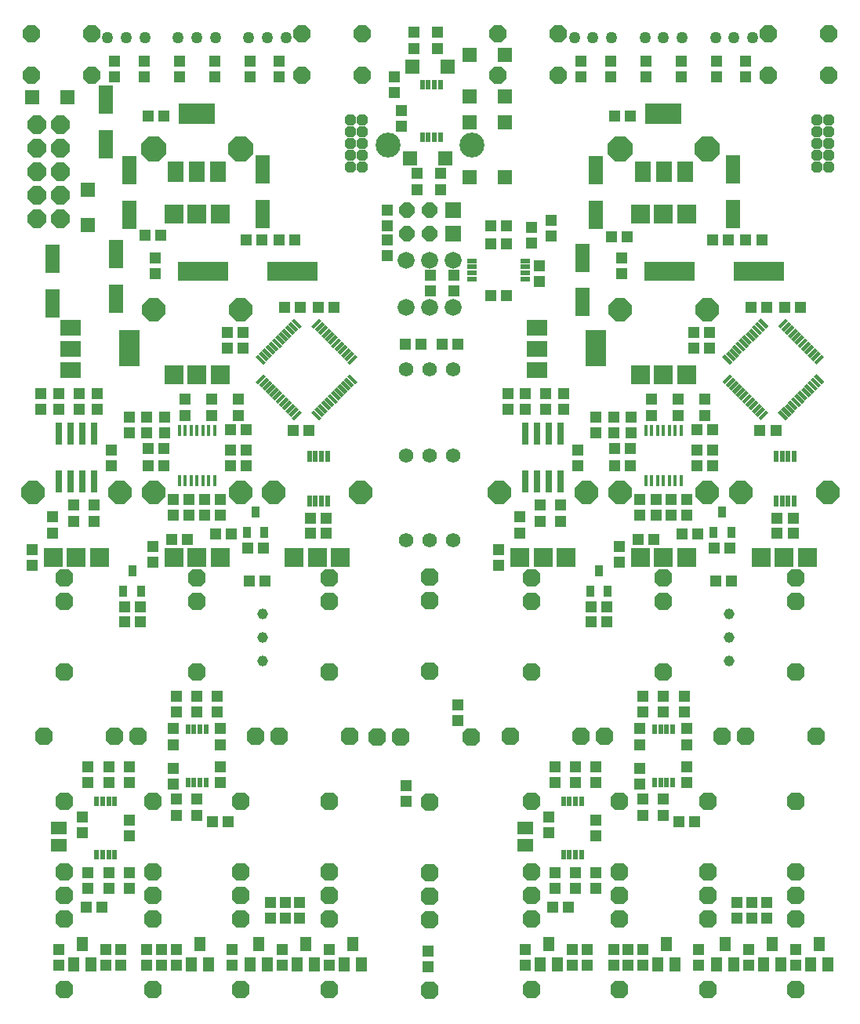
<source format=gts>
G75*
%MOIN*%
%OFA0B0*%
%FSLAX25Y25*%
%IPPOS*%
%LPD*%
%AMOC8*
5,1,8,0,0,1.08239X$1,22.5*
%
%ADD10R,0.08000X0.08000*%
%ADD11OC8,0.09680*%
%ADD12OC8,0.10600*%
%ADD13OC8,0.07200*%
%ADD14R,0.01600X0.04537*%
%ADD15R,0.04537X0.01600*%
%ADD16R,0.21600X0.08200*%
%ADD17R,0.04931X0.04537*%
%ADD18OC8,0.04800*%
%ADD19R,0.01800X0.04500*%
%ADD20R,0.04537X0.04931*%
%ADD21R,0.02962X0.09261*%
%ADD22R,0.04537X0.06112*%
%ADD23R,0.03356X0.04537*%
%ADD24R,0.06112X0.12411*%
%ADD25R,0.08500X0.06500*%
%ADD26R,0.08500X0.15600*%
%ADD27R,0.06500X0.08500*%
%ADD28R,0.15600X0.08500*%
%ADD29C,0.04956*%
%ADD30R,0.02214X0.04616*%
%ADD31R,0.01978X0.04143*%
%ADD32C,0.04600*%
%ADD33R,0.06506X0.05718*%
%ADD34OC8,0.07600*%
%ADD35R,0.06112X0.06112*%
%ADD36OC8,0.08000*%
%ADD37C,0.06200*%
%ADD38C,0.07200*%
%ADD39R,0.04143X0.01978*%
%ADD40R,0.06531X0.06531*%
%ADD41OC8,0.06531*%
%ADD42C,0.10600*%
D10*
X0017369Y0192991D03*
X0027212Y0192991D03*
X0037054Y0192991D03*
X0068619Y0192991D03*
X0078462Y0192991D03*
X0088304Y0192991D03*
X0119869Y0192991D03*
X0129712Y0192991D03*
X0139554Y0192991D03*
X0088304Y0270617D03*
X0078462Y0270617D03*
X0068619Y0270617D03*
X0068619Y0339054D03*
X0078462Y0339054D03*
X0088304Y0339054D03*
X0215794Y0192991D03*
X0225637Y0192991D03*
X0235479Y0192991D03*
X0267044Y0192991D03*
X0276887Y0192991D03*
X0286729Y0192991D03*
X0318294Y0192991D03*
X0328137Y0192991D03*
X0337979Y0192991D03*
X0286729Y0270617D03*
X0276887Y0270617D03*
X0267044Y0270617D03*
X0267044Y0339054D03*
X0276887Y0339054D03*
X0286729Y0339054D03*
D11*
X0295391Y0298176D03*
X0258383Y0298176D03*
X0258383Y0220550D03*
X0244141Y0220550D03*
X0207133Y0220550D03*
X0148216Y0220550D03*
X0111208Y0220550D03*
X0096966Y0220550D03*
X0059958Y0220550D03*
X0045716Y0220550D03*
X0008708Y0220550D03*
X0059958Y0298176D03*
X0096966Y0298176D03*
X0295391Y0220550D03*
X0309633Y0220550D03*
X0346641Y0220550D03*
D12*
X0295391Y0366613D03*
X0258383Y0366613D03*
X0096966Y0366613D03*
X0059958Y0366613D03*
D13*
X0033762Y0397900D03*
X0033762Y0415700D03*
X0008162Y0415700D03*
X0008162Y0397900D03*
X0123162Y0397900D03*
X0123162Y0415700D03*
X0148762Y0415700D03*
X0148762Y0397900D03*
X0206587Y0397900D03*
X0206587Y0415700D03*
X0232187Y0415700D03*
X0232187Y0397900D03*
X0321587Y0397900D03*
X0321587Y0415700D03*
X0347187Y0415700D03*
X0347187Y0397900D03*
D14*
G36*
X0317180Y0293500D02*
X0318311Y0294631D01*
X0321518Y0291424D01*
X0320387Y0290293D01*
X0317180Y0293500D01*
G37*
G36*
X0315788Y0292108D02*
X0316919Y0293239D01*
X0320126Y0290032D01*
X0318995Y0288901D01*
X0315788Y0292108D01*
G37*
G36*
X0314396Y0290716D02*
X0315527Y0291847D01*
X0318734Y0288640D01*
X0317603Y0287509D01*
X0314396Y0290716D01*
G37*
G36*
X0313004Y0289324D02*
X0314135Y0290455D01*
X0317342Y0287248D01*
X0316211Y0286117D01*
X0313004Y0289324D01*
G37*
G36*
X0311612Y0287932D02*
X0312743Y0289063D01*
X0315950Y0285856D01*
X0314819Y0284725D01*
X0311612Y0287932D01*
G37*
G36*
X0310220Y0286540D02*
X0311351Y0287671D01*
X0314558Y0284464D01*
X0313427Y0283333D01*
X0310220Y0286540D01*
G37*
G36*
X0308828Y0285149D02*
X0309959Y0286280D01*
X0313166Y0283073D01*
X0312035Y0281942D01*
X0308828Y0285149D01*
G37*
G36*
X0307436Y0283757D02*
X0308567Y0284888D01*
X0311774Y0281681D01*
X0310643Y0280550D01*
X0307436Y0283757D01*
G37*
G36*
X0306044Y0282365D02*
X0307175Y0283496D01*
X0310382Y0280289D01*
X0309251Y0279158D01*
X0306044Y0282365D01*
G37*
G36*
X0304652Y0280973D02*
X0305783Y0282104D01*
X0308990Y0278897D01*
X0307859Y0277766D01*
X0304652Y0280973D01*
G37*
G36*
X0303260Y0279581D02*
X0304391Y0280712D01*
X0307598Y0277505D01*
X0306467Y0276374D01*
X0303260Y0279581D01*
G37*
G36*
X0301868Y0278189D02*
X0302999Y0279320D01*
X0306206Y0276113D01*
X0305075Y0274982D01*
X0301868Y0278189D01*
G37*
G36*
X0325531Y0254526D02*
X0326662Y0255657D01*
X0329869Y0252450D01*
X0328738Y0251319D01*
X0325531Y0254526D01*
G37*
G36*
X0326923Y0255918D02*
X0328054Y0257049D01*
X0331261Y0253842D01*
X0330130Y0252711D01*
X0326923Y0255918D01*
G37*
G36*
X0328315Y0257310D02*
X0329446Y0258441D01*
X0332653Y0255234D01*
X0331522Y0254103D01*
X0328315Y0257310D01*
G37*
G36*
X0329707Y0258702D02*
X0330838Y0259833D01*
X0334045Y0256626D01*
X0332914Y0255495D01*
X0329707Y0258702D01*
G37*
G36*
X0331099Y0260094D02*
X0332230Y0261225D01*
X0335437Y0258018D01*
X0334306Y0256887D01*
X0331099Y0260094D01*
G37*
G36*
X0332491Y0261486D02*
X0333622Y0262617D01*
X0336829Y0259410D01*
X0335698Y0258279D01*
X0332491Y0261486D01*
G37*
G36*
X0333883Y0262877D02*
X0335014Y0264008D01*
X0338221Y0260801D01*
X0337090Y0259670D01*
X0333883Y0262877D01*
G37*
G36*
X0335275Y0264269D02*
X0336406Y0265400D01*
X0339613Y0262193D01*
X0338482Y0261062D01*
X0335275Y0264269D01*
G37*
G36*
X0336667Y0265661D02*
X0337798Y0266792D01*
X0341005Y0263585D01*
X0339874Y0262454D01*
X0336667Y0265661D01*
G37*
G36*
X0338059Y0267053D02*
X0339190Y0268184D01*
X0342397Y0264977D01*
X0341266Y0263846D01*
X0338059Y0267053D01*
G37*
G36*
X0339451Y0268445D02*
X0340582Y0269576D01*
X0343789Y0266369D01*
X0342658Y0265238D01*
X0339451Y0268445D01*
G37*
G36*
X0340843Y0269837D02*
X0341974Y0270968D01*
X0345181Y0267761D01*
X0344050Y0266630D01*
X0340843Y0269837D01*
G37*
G36*
X0142417Y0269837D02*
X0143548Y0270968D01*
X0146755Y0267761D01*
X0145624Y0266630D01*
X0142417Y0269837D01*
G37*
G36*
X0141025Y0268445D02*
X0142156Y0269576D01*
X0145363Y0266369D01*
X0144232Y0265238D01*
X0141025Y0268445D01*
G37*
G36*
X0139634Y0267053D02*
X0140765Y0268184D01*
X0143972Y0264977D01*
X0142841Y0263846D01*
X0139634Y0267053D01*
G37*
G36*
X0138242Y0265661D02*
X0139373Y0266792D01*
X0142580Y0263585D01*
X0141449Y0262454D01*
X0138242Y0265661D01*
G37*
G36*
X0136850Y0264269D02*
X0137981Y0265400D01*
X0141188Y0262193D01*
X0140057Y0261062D01*
X0136850Y0264269D01*
G37*
G36*
X0135458Y0262877D02*
X0136589Y0264008D01*
X0139796Y0260801D01*
X0138665Y0259670D01*
X0135458Y0262877D01*
G37*
G36*
X0134066Y0261486D02*
X0135197Y0262617D01*
X0138404Y0259410D01*
X0137273Y0258279D01*
X0134066Y0261486D01*
G37*
G36*
X0132674Y0260094D02*
X0133805Y0261225D01*
X0137012Y0258018D01*
X0135881Y0256887D01*
X0132674Y0260094D01*
G37*
G36*
X0131282Y0258702D02*
X0132413Y0259833D01*
X0135620Y0256626D01*
X0134489Y0255495D01*
X0131282Y0258702D01*
G37*
G36*
X0129890Y0257310D02*
X0131021Y0258441D01*
X0134228Y0255234D01*
X0133097Y0254103D01*
X0129890Y0257310D01*
G37*
G36*
X0128498Y0255918D02*
X0129629Y0257049D01*
X0132836Y0253842D01*
X0131705Y0252711D01*
X0128498Y0255918D01*
G37*
G36*
X0127106Y0254526D02*
X0128237Y0255657D01*
X0131444Y0252450D01*
X0130313Y0251319D01*
X0127106Y0254526D01*
G37*
G36*
X0103443Y0278189D02*
X0104574Y0279320D01*
X0107781Y0276113D01*
X0106650Y0274982D01*
X0103443Y0278189D01*
G37*
G36*
X0104835Y0279581D02*
X0105966Y0280712D01*
X0109173Y0277505D01*
X0108042Y0276374D01*
X0104835Y0279581D01*
G37*
G36*
X0106227Y0280973D02*
X0107358Y0282104D01*
X0110565Y0278897D01*
X0109434Y0277766D01*
X0106227Y0280973D01*
G37*
G36*
X0107619Y0282365D02*
X0108750Y0283496D01*
X0111957Y0280289D01*
X0110826Y0279158D01*
X0107619Y0282365D01*
G37*
G36*
X0109011Y0283757D02*
X0110142Y0284888D01*
X0113349Y0281681D01*
X0112218Y0280550D01*
X0109011Y0283757D01*
G37*
G36*
X0110403Y0285149D02*
X0111534Y0286280D01*
X0114741Y0283073D01*
X0113610Y0281942D01*
X0110403Y0285149D01*
G37*
G36*
X0111795Y0286540D02*
X0112926Y0287671D01*
X0116133Y0284464D01*
X0115002Y0283333D01*
X0111795Y0286540D01*
G37*
G36*
X0113187Y0287932D02*
X0114318Y0289063D01*
X0117525Y0285856D01*
X0116394Y0284725D01*
X0113187Y0287932D01*
G37*
G36*
X0114579Y0289324D02*
X0115710Y0290455D01*
X0118917Y0287248D01*
X0117786Y0286117D01*
X0114579Y0289324D01*
G37*
G36*
X0115971Y0290716D02*
X0117102Y0291847D01*
X0120309Y0288640D01*
X0119178Y0287509D01*
X0115971Y0290716D01*
G37*
G36*
X0117362Y0292108D02*
X0118493Y0293239D01*
X0121700Y0290032D01*
X0120569Y0288901D01*
X0117362Y0292108D01*
G37*
G36*
X0118754Y0293500D02*
X0119885Y0294631D01*
X0123092Y0291424D01*
X0121961Y0290293D01*
X0118754Y0293500D01*
G37*
D15*
G36*
X0127106Y0291424D02*
X0130313Y0294631D01*
X0131444Y0293500D01*
X0128237Y0290293D01*
X0127106Y0291424D01*
G37*
G36*
X0128498Y0290032D02*
X0131705Y0293239D01*
X0132836Y0292108D01*
X0129629Y0288901D01*
X0128498Y0290032D01*
G37*
G36*
X0129890Y0288640D02*
X0133097Y0291847D01*
X0134228Y0290716D01*
X0131021Y0287509D01*
X0129890Y0288640D01*
G37*
G36*
X0131282Y0287248D02*
X0134489Y0290455D01*
X0135620Y0289324D01*
X0132413Y0286117D01*
X0131282Y0287248D01*
G37*
G36*
X0132674Y0285856D02*
X0135881Y0289063D01*
X0137012Y0287932D01*
X0133805Y0284725D01*
X0132674Y0285856D01*
G37*
G36*
X0134066Y0284464D02*
X0137273Y0287671D01*
X0138404Y0286540D01*
X0135197Y0283333D01*
X0134066Y0284464D01*
G37*
G36*
X0135458Y0283073D02*
X0138665Y0286280D01*
X0139796Y0285149D01*
X0136589Y0281942D01*
X0135458Y0283073D01*
G37*
G36*
X0136850Y0281681D02*
X0140057Y0284888D01*
X0141188Y0283757D01*
X0137981Y0280550D01*
X0136850Y0281681D01*
G37*
G36*
X0138242Y0280289D02*
X0141449Y0283496D01*
X0142580Y0282365D01*
X0139373Y0279158D01*
X0138242Y0280289D01*
G37*
G36*
X0139634Y0278897D02*
X0142841Y0282104D01*
X0143972Y0280973D01*
X0140765Y0277766D01*
X0139634Y0278897D01*
G37*
G36*
X0141025Y0277505D02*
X0144232Y0280712D01*
X0145363Y0279581D01*
X0142156Y0276374D01*
X0141025Y0277505D01*
G37*
G36*
X0142417Y0276113D02*
X0145624Y0279320D01*
X0146755Y0278189D01*
X0143548Y0274982D01*
X0142417Y0276113D01*
G37*
G36*
X0118754Y0252450D02*
X0121961Y0255657D01*
X0123092Y0254526D01*
X0119885Y0251319D01*
X0118754Y0252450D01*
G37*
G36*
X0117362Y0253842D02*
X0120569Y0257049D01*
X0121700Y0255918D01*
X0118493Y0252711D01*
X0117362Y0253842D01*
G37*
G36*
X0115971Y0255234D02*
X0119178Y0258441D01*
X0120309Y0257310D01*
X0117102Y0254103D01*
X0115971Y0255234D01*
G37*
G36*
X0114579Y0256626D02*
X0117786Y0259833D01*
X0118917Y0258702D01*
X0115710Y0255495D01*
X0114579Y0256626D01*
G37*
G36*
X0113187Y0258018D02*
X0116394Y0261225D01*
X0117525Y0260094D01*
X0114318Y0256887D01*
X0113187Y0258018D01*
G37*
G36*
X0111795Y0259410D02*
X0115002Y0262617D01*
X0116133Y0261486D01*
X0112926Y0258279D01*
X0111795Y0259410D01*
G37*
G36*
X0110403Y0260801D02*
X0113610Y0264008D01*
X0114741Y0262877D01*
X0111534Y0259670D01*
X0110403Y0260801D01*
G37*
G36*
X0109011Y0262193D02*
X0112218Y0265400D01*
X0113349Y0264269D01*
X0110142Y0261062D01*
X0109011Y0262193D01*
G37*
G36*
X0107619Y0263585D02*
X0110826Y0266792D01*
X0111957Y0265661D01*
X0108750Y0262454D01*
X0107619Y0263585D01*
G37*
G36*
X0106227Y0264977D02*
X0109434Y0268184D01*
X0110565Y0267053D01*
X0107358Y0263846D01*
X0106227Y0264977D01*
G37*
G36*
X0104835Y0266369D02*
X0108042Y0269576D01*
X0109173Y0268445D01*
X0105966Y0265238D01*
X0104835Y0266369D01*
G37*
G36*
X0103443Y0267761D02*
X0106650Y0270968D01*
X0107781Y0269837D01*
X0104574Y0266630D01*
X0103443Y0267761D01*
G37*
G36*
X0301868Y0267761D02*
X0305075Y0270968D01*
X0306206Y0269837D01*
X0302999Y0266630D01*
X0301868Y0267761D01*
G37*
G36*
X0303260Y0266369D02*
X0306467Y0269576D01*
X0307598Y0268445D01*
X0304391Y0265238D01*
X0303260Y0266369D01*
G37*
G36*
X0304652Y0264977D02*
X0307859Y0268184D01*
X0308990Y0267053D01*
X0305783Y0263846D01*
X0304652Y0264977D01*
G37*
G36*
X0306044Y0263585D02*
X0309251Y0266792D01*
X0310382Y0265661D01*
X0307175Y0262454D01*
X0306044Y0263585D01*
G37*
G36*
X0307436Y0262193D02*
X0310643Y0265400D01*
X0311774Y0264269D01*
X0308567Y0261062D01*
X0307436Y0262193D01*
G37*
G36*
X0308828Y0260801D02*
X0312035Y0264008D01*
X0313166Y0262877D01*
X0309959Y0259670D01*
X0308828Y0260801D01*
G37*
G36*
X0310220Y0259410D02*
X0313427Y0262617D01*
X0314558Y0261486D01*
X0311351Y0258279D01*
X0310220Y0259410D01*
G37*
G36*
X0311612Y0258018D02*
X0314819Y0261225D01*
X0315950Y0260094D01*
X0312743Y0256887D01*
X0311612Y0258018D01*
G37*
G36*
X0313004Y0256626D02*
X0316211Y0259833D01*
X0317342Y0258702D01*
X0314135Y0255495D01*
X0313004Y0256626D01*
G37*
G36*
X0314396Y0255234D02*
X0317603Y0258441D01*
X0318734Y0257310D01*
X0315527Y0254103D01*
X0314396Y0255234D01*
G37*
G36*
X0315788Y0253842D02*
X0318995Y0257049D01*
X0320126Y0255918D01*
X0316919Y0252711D01*
X0315788Y0253842D01*
G37*
G36*
X0317180Y0252450D02*
X0320387Y0255657D01*
X0321518Y0254526D01*
X0318311Y0251319D01*
X0317180Y0252450D01*
G37*
G36*
X0339451Y0277505D02*
X0342658Y0280712D01*
X0343789Y0279581D01*
X0340582Y0276374D01*
X0339451Y0277505D01*
G37*
G36*
X0338059Y0278897D02*
X0341266Y0282104D01*
X0342397Y0280973D01*
X0339190Y0277766D01*
X0338059Y0278897D01*
G37*
G36*
X0336667Y0280289D02*
X0339874Y0283496D01*
X0341005Y0282365D01*
X0337798Y0279158D01*
X0336667Y0280289D01*
G37*
G36*
X0335275Y0281681D02*
X0338482Y0284888D01*
X0339613Y0283757D01*
X0336406Y0280550D01*
X0335275Y0281681D01*
G37*
G36*
X0333883Y0283073D02*
X0337090Y0286280D01*
X0338221Y0285149D01*
X0335014Y0281942D01*
X0333883Y0283073D01*
G37*
G36*
X0332491Y0284464D02*
X0335698Y0287671D01*
X0336829Y0286540D01*
X0333622Y0283333D01*
X0332491Y0284464D01*
G37*
G36*
X0331099Y0285856D02*
X0334306Y0289063D01*
X0335437Y0287932D01*
X0332230Y0284725D01*
X0331099Y0285856D01*
G37*
G36*
X0329707Y0287248D02*
X0332914Y0290455D01*
X0334045Y0289324D01*
X0330838Y0286117D01*
X0329707Y0287248D01*
G37*
G36*
X0328315Y0288640D02*
X0331522Y0291847D01*
X0332653Y0290716D01*
X0329446Y0287509D01*
X0328315Y0288640D01*
G37*
G36*
X0326923Y0290032D02*
X0330130Y0293239D01*
X0331261Y0292108D01*
X0328054Y0288901D01*
X0326923Y0290032D01*
G37*
G36*
X0325531Y0291424D02*
X0328738Y0294631D01*
X0329869Y0293500D01*
X0326662Y0290293D01*
X0325531Y0291424D01*
G37*
G36*
X0340843Y0276113D02*
X0344050Y0279320D01*
X0345181Y0278189D01*
X0341974Y0274982D01*
X0340843Y0276113D01*
G37*
D16*
X0317543Y0314710D03*
X0279543Y0314710D03*
X0119118Y0314710D03*
X0081118Y0314710D03*
D17*
X0019712Y0019704D03*
X0019712Y0026396D03*
X0039712Y0026396D03*
X0045962Y0026396D03*
X0045962Y0019704D03*
X0039712Y0019704D03*
X0057212Y0019704D03*
X0063462Y0019704D03*
X0069712Y0019704D03*
X0069712Y0026396D03*
X0063462Y0026396D03*
X0057212Y0026396D03*
X0040962Y0052204D03*
X0040962Y0058896D03*
X0032212Y0058896D03*
X0032212Y0052204D03*
X0032212Y0097204D03*
X0032212Y0103896D03*
X0040962Y0103896D03*
X0040962Y0097204D03*
X0069712Y0090146D03*
X0069712Y0083454D03*
X0088462Y0113454D03*
X0088462Y0120146D03*
X0087212Y0127204D03*
X0087212Y0133896D03*
X0078462Y0133896D03*
X0078462Y0127204D03*
X0069712Y0127204D03*
X0069712Y0133896D03*
X0054308Y0171800D03*
X0047615Y0171800D03*
X0059712Y0190954D03*
X0059712Y0197646D03*
X0075212Y0210954D03*
X0081712Y0210954D03*
X0081712Y0217646D03*
X0075212Y0217646D03*
X0064308Y0231800D03*
X0057615Y0231800D03*
X0057212Y0245954D03*
X0057212Y0252646D03*
X0049712Y0252646D03*
X0049712Y0245954D03*
X0028462Y0255954D03*
X0028462Y0262646D03*
X0019712Y0262646D03*
X0019712Y0255954D03*
X0012212Y0255954D03*
X0012212Y0262646D03*
X0025962Y0215146D03*
X0025962Y0208454D03*
X0017212Y0210146D03*
X0017212Y0203454D03*
X0008462Y0196396D03*
X0008462Y0189704D03*
X0073462Y0253454D03*
X0073462Y0260146D03*
X0084712Y0260146D03*
X0084712Y0253454D03*
X0092615Y0247425D03*
X0095962Y0253454D03*
X0099308Y0247425D03*
X0095962Y0260146D03*
X0098058Y0282051D03*
X0098058Y0288488D03*
X0091365Y0288488D03*
X0091365Y0282051D03*
X0115740Y0299300D03*
X0122433Y0299300D03*
X0130115Y0299300D03*
X0136808Y0299300D03*
X0159436Y0321288D03*
X0159436Y0327981D03*
X0159436Y0333887D03*
X0159436Y0340580D03*
X0171926Y0349438D03*
X0171926Y0356131D03*
X0181926Y0356131D03*
X0181926Y0349438D03*
X0203334Y0326209D03*
X0210027Y0326209D03*
X0220853Y0326603D03*
X0220853Y0333296D03*
X0228924Y0336249D03*
X0228924Y0329556D03*
X0224003Y0316957D03*
X0224003Y0310265D03*
X0210027Y0304162D03*
X0203334Y0304162D03*
X0187783Y0306131D03*
X0187783Y0312824D03*
X0210637Y0262646D03*
X0210637Y0255954D03*
X0218137Y0255954D03*
X0218137Y0262646D03*
X0226887Y0262646D03*
X0226887Y0255954D03*
X0248137Y0252646D03*
X0248137Y0245954D03*
X0255637Y0245954D03*
X0255637Y0252646D03*
X0271887Y0253454D03*
X0271887Y0260146D03*
X0283137Y0260146D03*
X0283137Y0253454D03*
X0291040Y0247425D03*
X0294387Y0253454D03*
X0297733Y0247425D03*
X0294387Y0260146D03*
X0296483Y0282051D03*
X0296483Y0288488D03*
X0289790Y0288488D03*
X0289790Y0282051D03*
X0314165Y0299300D03*
X0320858Y0299300D03*
X0328540Y0299300D03*
X0335233Y0299300D03*
X0318604Y0327981D03*
X0311912Y0327981D03*
X0304387Y0328060D03*
X0297694Y0328060D03*
X0262733Y0380550D03*
X0256040Y0380550D03*
X0254387Y0397204D03*
X0254387Y0403896D03*
X0241887Y0403896D03*
X0241887Y0397204D03*
X0269387Y0397204D03*
X0269387Y0403896D03*
X0284387Y0403896D03*
X0284387Y0397204D03*
X0299387Y0397204D03*
X0299387Y0403896D03*
X0311887Y0403896D03*
X0311887Y0397204D03*
X0317915Y0246800D03*
X0324608Y0246800D03*
X0297733Y0231800D03*
X0291040Y0231800D03*
X0286887Y0217646D03*
X0286887Y0210954D03*
X0280137Y0210954D03*
X0273637Y0210954D03*
X0273637Y0217646D03*
X0280137Y0217646D03*
X0262733Y0231800D03*
X0256040Y0231800D03*
X0258137Y0197646D03*
X0258137Y0190954D03*
X0252733Y0171800D03*
X0246040Y0171800D03*
X0224387Y0208454D03*
X0224387Y0215146D03*
X0215637Y0210146D03*
X0215637Y0203454D03*
X0206887Y0196396D03*
X0206887Y0189704D03*
X0189348Y0130284D03*
X0189348Y0123591D03*
X0167320Y0095875D03*
X0167320Y0089182D03*
X0122212Y0046396D03*
X0115962Y0046396D03*
X0115962Y0039704D03*
X0122212Y0039704D03*
X0109712Y0039704D03*
X0109712Y0046396D03*
X0114712Y0026396D03*
X0114712Y0019704D03*
X0134712Y0019704D03*
X0134712Y0026396D03*
X0093462Y0026396D03*
X0093462Y0019704D03*
X0176759Y0018926D03*
X0176759Y0025619D03*
X0218137Y0026396D03*
X0218137Y0019704D03*
X0238137Y0019704D03*
X0244387Y0019704D03*
X0244387Y0026396D03*
X0238137Y0026396D03*
X0255637Y0026396D03*
X0261887Y0026396D03*
X0268137Y0026396D03*
X0268137Y0019704D03*
X0261887Y0019704D03*
X0255637Y0019704D03*
X0239387Y0052204D03*
X0239387Y0058896D03*
X0230637Y0058896D03*
X0230637Y0052204D03*
X0230637Y0097204D03*
X0230637Y0103896D03*
X0239387Y0103896D03*
X0239387Y0097204D03*
X0268137Y0090146D03*
X0268137Y0083454D03*
X0286887Y0113454D03*
X0286887Y0120146D03*
X0285637Y0127204D03*
X0285637Y0133896D03*
X0276887Y0133896D03*
X0276887Y0127204D03*
X0268137Y0127204D03*
X0268137Y0133896D03*
X0298540Y0196800D03*
X0305233Y0196800D03*
X0325233Y0203355D03*
X0325233Y0209605D03*
X0331926Y0209605D03*
X0331926Y0203355D03*
X0320637Y0046396D03*
X0320637Y0039704D03*
X0314387Y0039704D03*
X0314387Y0046396D03*
X0308137Y0046396D03*
X0308137Y0039704D03*
X0313137Y0026396D03*
X0313137Y0019704D03*
X0291887Y0019704D03*
X0291887Y0026396D03*
X0333137Y0026396D03*
X0333137Y0019704D03*
X0133501Y0203355D03*
X0133501Y0209605D03*
X0126808Y0209605D03*
X0126808Y0203355D03*
X0106808Y0196800D03*
X0100115Y0196800D03*
X0088462Y0210954D03*
X0088462Y0217646D03*
X0092615Y0231800D03*
X0099308Y0231800D03*
X0119490Y0246800D03*
X0126183Y0246800D03*
X0120179Y0327981D03*
X0113486Y0327981D03*
X0105962Y0328060D03*
X0099269Y0328060D03*
X0064308Y0380550D03*
X0057615Y0380550D03*
X0055962Y0397204D03*
X0055962Y0403896D03*
X0043462Y0403896D03*
X0043462Y0397204D03*
X0070962Y0397204D03*
X0070962Y0403896D03*
X0085962Y0403896D03*
X0085962Y0397204D03*
X0100962Y0397204D03*
X0100962Y0403896D03*
X0113462Y0403896D03*
X0113462Y0397204D03*
X0170676Y0409438D03*
X0170676Y0416131D03*
X0180676Y0416131D03*
X0180676Y0409438D03*
D18*
X0148600Y0379088D03*
X0148600Y0374088D03*
X0148600Y0369088D03*
X0148600Y0364088D03*
X0148600Y0359088D03*
X0143600Y0359088D03*
X0143600Y0364088D03*
X0143600Y0369088D03*
X0143600Y0374088D03*
X0143600Y0379088D03*
X0342025Y0379088D03*
X0342025Y0374088D03*
X0342025Y0369088D03*
X0342025Y0364088D03*
X0342025Y0359088D03*
X0347025Y0359088D03*
X0347025Y0364088D03*
X0347025Y0369088D03*
X0347025Y0374088D03*
X0347025Y0379088D03*
D19*
X0284387Y0246880D03*
X0281887Y0246880D03*
X0279387Y0246880D03*
X0276887Y0246880D03*
X0274387Y0246880D03*
X0271887Y0246880D03*
X0269387Y0246880D03*
X0269387Y0225480D03*
X0271887Y0225480D03*
X0274387Y0225480D03*
X0276887Y0225480D03*
X0279387Y0225480D03*
X0281887Y0225480D03*
X0284387Y0225480D03*
X0085962Y0225480D03*
X0083462Y0225480D03*
X0080962Y0225480D03*
X0078462Y0225480D03*
X0075962Y0225480D03*
X0073462Y0225480D03*
X0070962Y0225480D03*
X0070962Y0246880D03*
X0073462Y0246880D03*
X0075962Y0246880D03*
X0078462Y0246880D03*
X0080962Y0246880D03*
X0083462Y0246880D03*
X0085962Y0246880D03*
D20*
X0092615Y0238670D03*
X0099308Y0238670D03*
X0068462Y0217646D03*
X0068462Y0210954D03*
X0067615Y0200550D03*
X0074308Y0200550D03*
X0086365Y0203050D03*
X0093058Y0203050D03*
X0100735Y0183050D03*
X0107428Y0183050D03*
X0064308Y0239300D03*
X0064712Y0245954D03*
X0057615Y0239300D03*
X0064712Y0252646D03*
X0042051Y0238533D03*
X0042051Y0231841D03*
X0034712Y0215146D03*
X0034712Y0208454D03*
X0047615Y0165550D03*
X0054308Y0165550D03*
X0068462Y0120146D03*
X0068462Y0113454D03*
X0068462Y0103276D03*
X0068462Y0096583D03*
X0078462Y0090146D03*
X0078462Y0083454D03*
X0085115Y0080550D03*
X0091808Y0080550D03*
X0088462Y0097204D03*
X0088462Y0103896D03*
X0049712Y0103896D03*
X0049712Y0097204D03*
X0049712Y0081396D03*
X0049712Y0074704D03*
X0049712Y0058896D03*
X0049712Y0052204D03*
X0038058Y0044300D03*
X0031365Y0044300D03*
X0029712Y0075954D03*
X0029712Y0082646D03*
X0035962Y0255954D03*
X0035962Y0262646D03*
X0060706Y0313660D03*
X0060706Y0320353D03*
X0063058Y0329800D03*
X0056365Y0329800D03*
X0165470Y0376150D03*
X0165470Y0382843D03*
X0162320Y0390747D03*
X0162320Y0397440D03*
X0203334Y0334083D03*
X0210027Y0334083D03*
X0177743Y0312824D03*
X0177743Y0306131D03*
X0173806Y0283690D03*
X0167113Y0283690D03*
X0182861Y0283690D03*
X0189554Y0283690D03*
X0234387Y0262646D03*
X0234387Y0255954D03*
X0240476Y0238533D03*
X0240476Y0231841D03*
X0233137Y0215146D03*
X0233137Y0208454D03*
X0256040Y0239300D03*
X0262733Y0239300D03*
X0263137Y0245954D03*
X0263137Y0252646D03*
X0291040Y0238670D03*
X0297733Y0238670D03*
X0266887Y0217646D03*
X0266887Y0210954D03*
X0266040Y0200550D03*
X0272733Y0200550D03*
X0284790Y0203050D03*
X0291483Y0203050D03*
X0299161Y0183050D03*
X0305853Y0183050D03*
X0252733Y0165550D03*
X0246040Y0165550D03*
X0266887Y0120146D03*
X0266887Y0113454D03*
X0266887Y0103276D03*
X0266887Y0096583D03*
X0276887Y0090146D03*
X0276887Y0083454D03*
X0283540Y0080550D03*
X0290233Y0080550D03*
X0286887Y0097204D03*
X0286887Y0103896D03*
X0248137Y0103896D03*
X0248137Y0097204D03*
X0248137Y0081396D03*
X0248137Y0074704D03*
X0248137Y0058896D03*
X0248137Y0052204D03*
X0236483Y0044300D03*
X0229790Y0044300D03*
X0228137Y0075954D03*
X0228137Y0082646D03*
X0259131Y0313660D03*
X0259131Y0320353D03*
X0261483Y0329300D03*
X0254790Y0329300D03*
D21*
X0233137Y0245786D03*
X0228137Y0245786D03*
X0223137Y0245786D03*
X0218137Y0245786D03*
X0218137Y0225314D03*
X0223137Y0225314D03*
X0228137Y0225314D03*
X0233137Y0225314D03*
X0034712Y0225314D03*
X0029712Y0225314D03*
X0024712Y0225314D03*
X0019712Y0225314D03*
X0019712Y0245786D03*
X0024712Y0245786D03*
X0029712Y0245786D03*
X0034712Y0245786D03*
D22*
X0029712Y0028631D03*
X0033452Y0019969D03*
X0025972Y0019969D03*
X0075972Y0019969D03*
X0083452Y0019969D03*
X0079712Y0028631D03*
X0100972Y0019969D03*
X0108452Y0019969D03*
X0104712Y0028631D03*
X0120972Y0019969D03*
X0128452Y0019969D03*
X0124712Y0028631D03*
X0140972Y0019969D03*
X0148452Y0019969D03*
X0144712Y0028631D03*
X0224397Y0019969D03*
X0231877Y0019969D03*
X0228137Y0028631D03*
X0274397Y0019969D03*
X0281877Y0019969D03*
X0278137Y0028631D03*
X0299397Y0019969D03*
X0306877Y0019969D03*
X0303137Y0028631D03*
X0319397Y0019969D03*
X0326877Y0019969D03*
X0323137Y0028631D03*
X0339397Y0019969D03*
X0346877Y0019969D03*
X0343137Y0028631D03*
D23*
X0253127Y0178719D03*
X0245647Y0178719D03*
X0249387Y0187381D03*
X0298147Y0203719D03*
X0305627Y0203719D03*
X0301887Y0212381D03*
X0107202Y0203719D03*
X0099722Y0203719D03*
X0103462Y0212381D03*
X0054702Y0178719D03*
X0047222Y0178719D03*
X0050962Y0187381D03*
D24*
X0044086Y0303101D03*
X0044086Y0321999D03*
X0049712Y0338601D03*
X0049712Y0357499D03*
X0039712Y0368601D03*
X0039712Y0387499D03*
X0017212Y0319999D03*
X0017212Y0301101D03*
X0106587Y0338926D03*
X0106587Y0357824D03*
X0242511Y0320424D03*
X0242511Y0301526D03*
X0248137Y0338601D03*
X0248137Y0357499D03*
X0306587Y0357824D03*
X0306587Y0338926D03*
D25*
X0223237Y0290700D03*
X0223237Y0281700D03*
X0223237Y0272700D03*
X0024812Y0272700D03*
X0024812Y0281700D03*
X0024812Y0290700D03*
D26*
X0049612Y0281800D03*
X0248037Y0281800D03*
D27*
X0267987Y0356900D03*
X0276987Y0356900D03*
X0285987Y0356900D03*
X0087562Y0356900D03*
X0078562Y0356900D03*
X0069562Y0356900D03*
D28*
X0078462Y0381700D03*
X0276887Y0381700D03*
D29*
X0276887Y0413936D03*
X0269013Y0413936D03*
X0254761Y0413936D03*
X0246887Y0413936D03*
X0239013Y0413936D03*
X0284761Y0413936D03*
X0299013Y0413936D03*
X0306887Y0413936D03*
X0314761Y0413936D03*
X0116336Y0413936D03*
X0108462Y0413936D03*
X0100588Y0413936D03*
X0086336Y0413936D03*
X0078462Y0413936D03*
X0070588Y0413936D03*
X0056336Y0413936D03*
X0048462Y0413936D03*
X0040588Y0413936D03*
D30*
X0126316Y0235929D03*
X0128875Y0235929D03*
X0131434Y0235929D03*
X0133993Y0235929D03*
X0133993Y0217031D03*
X0131434Y0217031D03*
X0128875Y0217031D03*
X0126316Y0217031D03*
X0324741Y0217031D03*
X0327300Y0217031D03*
X0329859Y0217031D03*
X0332418Y0217031D03*
X0332418Y0235929D03*
X0329859Y0235929D03*
X0327300Y0235929D03*
X0324741Y0235929D03*
D31*
X0280726Y0119989D03*
X0278166Y0119989D03*
X0275607Y0119989D03*
X0273048Y0119989D03*
X0273048Y0097351D03*
X0275607Y0097351D03*
X0278166Y0097351D03*
X0280726Y0097351D03*
X0241976Y0089369D03*
X0239416Y0089369D03*
X0236857Y0089369D03*
X0234298Y0089369D03*
X0234298Y0066731D03*
X0236857Y0066731D03*
X0239416Y0066731D03*
X0241976Y0066731D03*
X0082300Y0097351D03*
X0079741Y0097351D03*
X0077182Y0097351D03*
X0074623Y0097351D03*
X0074623Y0119989D03*
X0077182Y0119989D03*
X0079741Y0119989D03*
X0082300Y0119989D03*
X0043550Y0089369D03*
X0040991Y0089369D03*
X0038432Y0089369D03*
X0035873Y0089369D03*
X0035873Y0066731D03*
X0038432Y0066731D03*
X0040991Y0066731D03*
X0043550Y0066731D03*
X0174338Y0371465D03*
X0176897Y0371465D03*
X0179456Y0371465D03*
X0182015Y0371465D03*
X0182015Y0394103D03*
X0179456Y0394103D03*
X0176897Y0394103D03*
X0174338Y0394103D03*
D32*
X0106287Y0169113D03*
X0106287Y0159113D03*
X0106287Y0149113D03*
X0304712Y0149113D03*
X0304712Y0159113D03*
X0304712Y0169113D03*
D33*
X0218137Y0078040D03*
X0218137Y0070560D03*
X0019712Y0070560D03*
X0019712Y0078040D03*
D34*
X0022212Y0089300D03*
X0013451Y0116800D03*
X0022212Y0144300D03*
X0022212Y0174300D03*
X0022212Y0184300D03*
X0078462Y0184300D03*
X0078462Y0174300D03*
X0078462Y0144300D03*
X0103462Y0116800D03*
X0113462Y0116800D03*
X0097212Y0089300D03*
X0097212Y0059300D03*
X0097212Y0049300D03*
X0097212Y0049300D03*
X0097212Y0039300D03*
X0097212Y0009300D03*
X0059712Y0009300D03*
X0059712Y0039300D03*
X0059712Y0049300D03*
X0059712Y0049300D03*
X0059712Y0059300D03*
X0059712Y0089300D03*
X0053451Y0116800D03*
X0043451Y0116800D03*
X0022212Y0059300D03*
X0022212Y0049300D03*
X0022212Y0049300D03*
X0022212Y0039300D03*
X0022212Y0009300D03*
X0134712Y0009300D03*
X0134712Y0039300D03*
X0134712Y0049300D03*
X0134712Y0049300D03*
X0134712Y0059300D03*
X0134712Y0089300D03*
X0143462Y0116800D03*
X0155046Y0116761D03*
X0165046Y0116761D03*
X0177546Y0144536D03*
X0177546Y0174536D03*
X0177546Y0184536D03*
X0134712Y0184300D03*
X0134712Y0174300D03*
X0134712Y0144300D03*
X0177546Y0088985D03*
X0177546Y0058985D03*
X0177546Y0049103D03*
X0177546Y0048985D03*
X0177546Y0039103D03*
X0177546Y0009103D03*
X0220637Y0009300D03*
X0220637Y0039300D03*
X0220637Y0049300D03*
X0220637Y0049300D03*
X0220637Y0059300D03*
X0220637Y0089300D03*
X0211876Y0116800D03*
X0195046Y0116761D03*
X0220637Y0144300D03*
X0220637Y0174300D03*
X0220637Y0184300D03*
X0276887Y0184300D03*
X0276887Y0174300D03*
X0276887Y0144300D03*
X0301887Y0116800D03*
X0311887Y0116800D03*
X0295637Y0089300D03*
X0295637Y0059300D03*
X0295637Y0049300D03*
X0295637Y0049300D03*
X0295637Y0039300D03*
X0295637Y0009300D03*
X0333137Y0009300D03*
X0333137Y0039300D03*
X0333137Y0049300D03*
X0333137Y0049300D03*
X0333137Y0059300D03*
X0333137Y0089300D03*
X0341887Y0116800D03*
X0333137Y0144300D03*
X0333137Y0174300D03*
X0333137Y0184300D03*
X0258137Y0089300D03*
X0251876Y0116800D03*
X0241876Y0116800D03*
X0258137Y0059300D03*
X0258137Y0049300D03*
X0258137Y0049300D03*
X0258137Y0039300D03*
X0258137Y0009300D03*
D35*
X0032212Y0334320D03*
X0032212Y0349280D03*
X0023442Y0388675D03*
X0008481Y0388675D03*
X0169146Y0362784D03*
X0184107Y0362784D03*
X0194446Y0354585D03*
X0209407Y0354585D03*
X0209407Y0378109D03*
X0209407Y0389034D03*
X0194446Y0389034D03*
X0194446Y0378109D03*
X0185031Y0401534D03*
X0194446Y0406652D03*
X0209407Y0406652D03*
X0170071Y0401534D03*
D36*
X0020337Y0376800D03*
X0020337Y0366800D03*
X0020337Y0356800D03*
X0020337Y0346800D03*
X0020337Y0336800D03*
X0010337Y0336800D03*
X0010337Y0346800D03*
X0010337Y0356800D03*
X0010337Y0366800D03*
X0010337Y0376800D03*
D37*
X0167546Y0273060D03*
X0177546Y0273060D03*
X0187546Y0273060D03*
X0187546Y0236446D03*
X0177546Y0236446D03*
X0167546Y0236446D03*
X0167546Y0200225D03*
X0177546Y0200225D03*
X0187546Y0200225D03*
D38*
X0187546Y0299280D03*
X0177546Y0299280D03*
X0167546Y0299280D03*
X0167546Y0319280D03*
X0177546Y0319280D03*
X0187546Y0319280D03*
D39*
X0195361Y0319024D03*
X0195361Y0316465D03*
X0195361Y0313906D03*
X0195361Y0311347D03*
X0217999Y0311347D03*
X0217999Y0313906D03*
X0217999Y0316465D03*
X0217999Y0319024D03*
D40*
X0187389Y0330776D03*
X0187389Y0340776D03*
D41*
X0177546Y0340776D03*
X0167704Y0340776D03*
X0167704Y0330776D03*
X0177546Y0330776D03*
D42*
X0159830Y0368335D03*
X0195263Y0368335D03*
M02*

</source>
